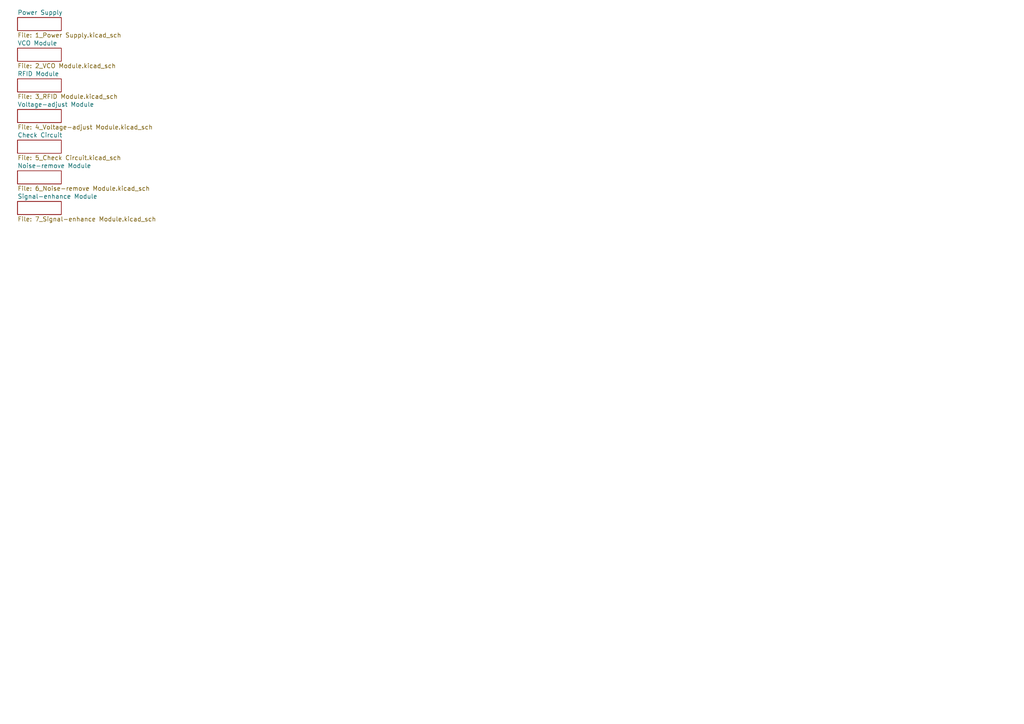
<source format=kicad_sch>
(kicad_sch
	(version 20231120)
	(generator "eeschema")
	(generator_version "8.0")
	(uuid "3f796bad-a147-4706-9c53-a94c44991fe9")
	(paper "A4")
	(lib_symbols)
	(sheet
		(at 5.08 40.64)
		(size 12.7 3.81)
		(fields_autoplaced yes)
		(stroke
			(width 0)
			(type solid)
		)
		(fill
			(color 0 0 0 0.0000)
		)
		(uuid "0d069869-8855-4923-aa58-1da330b16d8c")
		(property "Sheetname" "Check Circuit"
			(at 5.08 39.9284 0)
			(effects
				(font
					(size 1.27 1.27)
				)
				(justify left bottom)
			)
		)
		(property "Sheetfile" "5_Check Circuit.kicad_sch"
			(at 5.08 45.0346 0)
			(effects
				(font
					(size 1.27 1.27)
				)
				(justify left top)
			)
		)
		(instances
			(project "Signal-blocker-Minimal"
				(path "/d6a1a547-a6a2-4474-8af8-e83e8b9a03d8"
					(page "5")
				)
			)
		)
	)
	(sheet
		(at 5.08 31.75)
		(size 12.7 3.81)
		(fields_autoplaced yes)
		(stroke
			(width 0)
			(type solid)
		)
		(fill
			(color 0 0 0 0.0000)
		)
		(uuid "37dfdfed-9661-40d5-9cbc-acf18827cec0")
		(property "Sheetname" "Voltage-adjust Module"
			(at 5.08 31.0384 0)
			(effects
				(font
					(size 1.27 1.27)
				)
				(justify left bottom)
			)
		)
		(property "Sheetfile" "4_Voltage-adjust Module.kicad_sch"
			(at 5.08 36.1446 0)
			(effects
				(font
					(size 1.27 1.27)
				)
				(justify left top)
			)
		)
		(instances
			(project "Signal-blocker-Minimal"
				(path "/d6a1a547-a6a2-4474-8af8-e83e8b9a03d8"
					(page "4")
				)
			)
		)
	)
	(sheet
		(at 5.08 49.53)
		(size 12.7 3.81)
		(fields_autoplaced yes)
		(stroke
			(width 0)
			(type solid)
		)
		(fill
			(color 0 0 0 0.0000)
		)
		(uuid "440daf64-3539-4064-b23f-3e5e4f105743")
		(property "Sheetname" "Noise-remove Module"
			(at 5.08 48.8184 0)
			(effects
				(font
					(size 1.27 1.27)
				)
				(justify left bottom)
			)
		)
		(property "Sheetfile" "6_Noise-remove Module.kicad_sch"
			(at 5.08 53.9246 0)
			(effects
				(font
					(size 1.27 1.27)
				)
				(justify left top)
			)
		)
		(instances
			(project "Signal-blocker-Minimal"
				(path "/d6a1a547-a6a2-4474-8af8-e83e8b9a03d8"
					(page "6")
				)
			)
		)
	)
	(sheet
		(at 5.08 5.08)
		(size 12.7 3.81)
		(fields_autoplaced yes)
		(stroke
			(width 0)
			(type solid)
		)
		(fill
			(color 0 0 0 0.0000)
		)
		(uuid "44142349-e257-41fc-ba08-8a7a56516c26")
		(property "Sheetname" "Power Supply"
			(at 5.08 4.3684 0)
			(effects
				(font
					(size 1.27 1.27)
				)
				(justify left bottom)
			)
		)
		(property "Sheetfile" "1_Power Supply.kicad_sch"
			(at 5.08 9.4746 0)
			(effects
				(font
					(size 1.27 1.27)
				)
				(justify left top)
			)
		)
		(instances
			(project "Signal-blocker-Minimal"
				(path "/d6a1a547-a6a2-4474-8af8-e83e8b9a03d8"
					(page "1")
				)
			)
		)
	)
	(sheet
		(at 5.08 13.97)
		(size 12.7 3.81)
		(fields_autoplaced yes)
		(stroke
			(width 0)
			(type solid)
		)
		(fill
			(color 0 0 0 0.0000)
		)
		(uuid "4f649601-3ab6-4c29-8988-a531ddfc5537")
		(property "Sheetname" "VCO Module"
			(at 5.08 13.2584 0)
			(effects
				(font
					(size 1.27 1.27)
				)
				(justify left bottom)
			)
		)
		(property "Sheetfile" "2_VCO Module.kicad_sch"
			(at 5.08 18.3646 0)
			(effects
				(font
					(size 1.27 1.27)
				)
				(justify left top)
			)
		)
		(instances
			(project "Signal-blocker-Minimal"
				(path "/d6a1a547-a6a2-4474-8af8-e83e8b9a03d8"
					(page "2")
				)
			)
		)
	)
	(sheet
		(at 5.08 22.86)
		(size 12.7 3.81)
		(fields_autoplaced yes)
		(stroke
			(width 0)
			(type solid)
		)
		(fill
			(color 0 0 0 0.0000)
		)
		(uuid "8e47c25a-4179-42f3-99ce-1078008a4bad")
		(property "Sheetname" "RFID Module"
			(at 5.08 22.1484 0)
			(effects
				(font
					(size 1.27 1.27)
				)
				(justify left bottom)
			)
		)
		(property "Sheetfile" "3_RFID Module.kicad_sch"
			(at 5.08 27.2546 0)
			(effects
				(font
					(size 1.27 1.27)
				)
				(justify left top)
			)
		)
		(instances
			(project "Signal-blocker-Minimal"
				(path "/d6a1a547-a6a2-4474-8af8-e83e8b9a03d8"
					(page "3")
				)
			)
		)
	)
	(sheet
		(at 5.08 58.42)
		(size 12.7 3.81)
		(fields_autoplaced yes)
		(stroke
			(width 0)
			(type solid)
		)
		(fill
			(color 0 0 0 0.0000)
		)
		(uuid "dcb2c93d-4278-4314-a8aa-3ac89a6c89c3")
		(property "Sheetname" "Signal-enhance Module"
			(at 5.08 57.7084 0)
			(effects
				(font
					(size 1.27 1.27)
				)
				(justify left bottom)
			)
		)
		(property "Sheetfile" "7_Signal-enhance Module.kicad_sch"
			(at 5.08 62.8146 0)
			(effects
				(font
					(size 1.27 1.27)
				)
				(justify left top)
			)
		)
		(instances
			(project "Signal-blocker-Minimal"
				(path "/d6a1a547-a6a2-4474-8af8-e83e8b9a03d8"
					(page "7")
				)
			)
		)
	)
)

</source>
